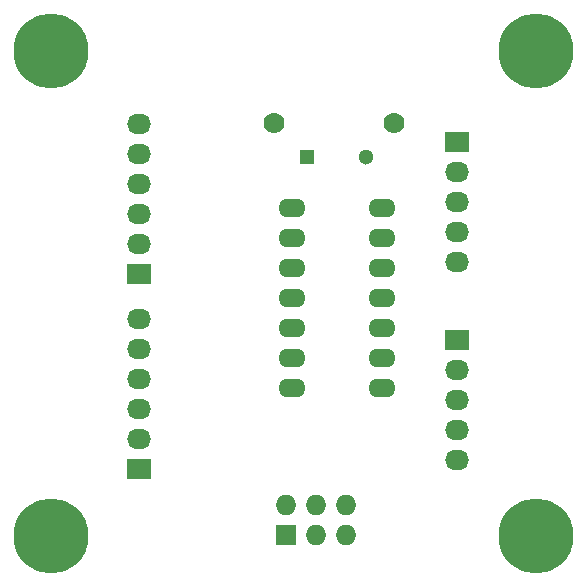
<source format=gbs>
%TF.GenerationSoftware,KiCad,Pcbnew,(5.1.10)-1*%
%TF.CreationDate,2022-04-05T12:13:59-04:00*%
%TF.ProjectId,SPI-POTX2,5350492d-504f-4545-9832-2e6b69636164,rev?*%
%TF.SameCoordinates,Original*%
%TF.FileFunction,Soldermask,Bot*%
%TF.FilePolarity,Negative*%
%FSLAX46Y46*%
G04 Gerber Fmt 4.6, Leading zero omitted, Abs format (unit mm)*
G04 Created by KiCad (PCBNEW (5.1.10)-1) date 2022-04-05 12:13:59*
%MOMM*%
%LPD*%
G01*
G04 APERTURE LIST*
%ADD10C,6.350000*%
%ADD11R,2.032000X1.727200*%
%ADD12O,2.032000X1.727200*%
%ADD13R,1.727200X1.727200*%
%ADD14O,1.727200X1.727200*%
%ADD15R,1.300000X1.300000*%
%ADD16C,1.300000*%
%ADD17C,1.778000*%
%ADD18O,2.300000X1.600000*%
G04 APERTURE END LIST*
D10*
%TO.C,MTG5*%
X4000000Y-45000000D03*
%TD*%
%TO.C,MTG6*%
X4000000Y-4000000D03*
%TD*%
%TO.C,MTG7*%
X45000000Y-45000000D03*
%TD*%
%TO.C,MTG?1*%
X45000000Y-4000000D03*
%TD*%
D11*
%TO.C,J1*%
X11430000Y-22860000D03*
D12*
X11430000Y-20320000D03*
X11430000Y-17780000D03*
X11430000Y-15240000D03*
X11430000Y-12700000D03*
X11430000Y-10160000D03*
%TD*%
D13*
%TO.C,J2*%
X23876000Y-44958000D03*
D14*
X23876000Y-42418000D03*
X26416000Y-44958000D03*
X26416000Y-42418000D03*
X28956000Y-44958000D03*
X28956000Y-42418000D03*
%TD*%
D11*
%TO.C,J3*%
X11430000Y-39370000D03*
D12*
X11430000Y-36830000D03*
X11430000Y-34290000D03*
X11430000Y-31750000D03*
X11430000Y-29210000D03*
X11430000Y-26670000D03*
%TD*%
D15*
%TO.C,C1*%
X25654000Y-12954000D03*
D16*
X30654000Y-12954000D03*
%TD*%
D11*
%TO.C,POT1*%
X38354000Y-11684000D03*
D12*
X38354000Y-14224000D03*
X38354000Y-16764000D03*
X38354000Y-19304000D03*
X38354000Y-21844000D03*
%TD*%
D11*
%TO.C,POT2*%
X38354000Y-28448000D03*
D12*
X38354000Y-30988000D03*
X38354000Y-33528000D03*
X38354000Y-36068000D03*
X38354000Y-38608000D03*
%TD*%
D17*
%TO.C,R1*%
X22860000Y-10033000D03*
X33020000Y-10033000D03*
%TD*%
D18*
%TO.C,U1*%
X24384000Y-17272000D03*
X24384000Y-19812000D03*
X24384000Y-22352000D03*
X24384000Y-24892000D03*
X24384000Y-27432000D03*
X24384000Y-29972000D03*
X24384000Y-32512000D03*
X32004000Y-32512000D03*
X32004000Y-29972000D03*
X32004000Y-27432000D03*
X32004000Y-24892000D03*
X32004000Y-22352000D03*
X32004000Y-19812000D03*
X32004000Y-17272000D03*
%TD*%
M02*

</source>
